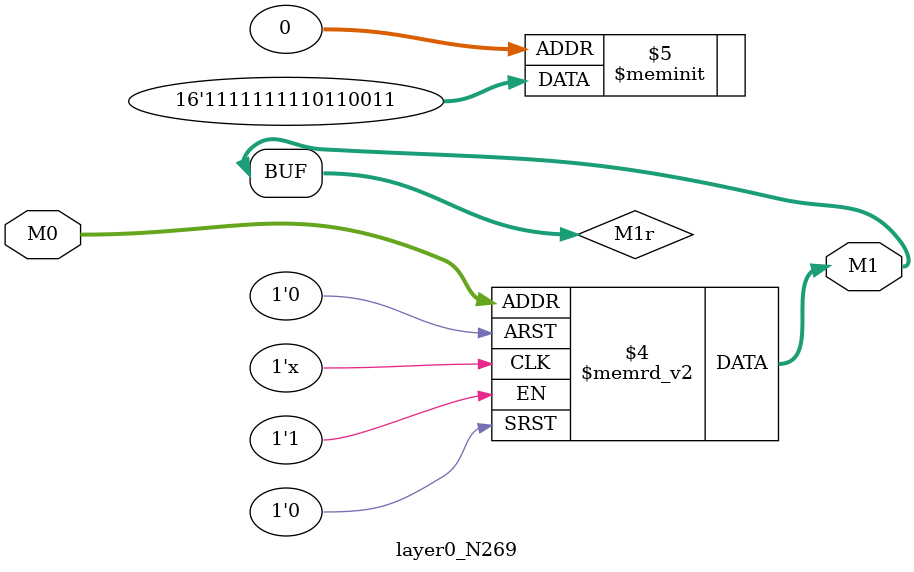
<source format=v>
module layer0_N269 ( input [2:0] M0, output [1:0] M1 );

	(*rom_style = "distributed" *) reg [1:0] M1r;
	assign M1 = M1r;
	always @ (M0) begin
		case (M0)
			3'b000: M1r = 2'b11;
			3'b100: M1r = 2'b11;
			3'b010: M1r = 2'b11;
			3'b110: M1r = 2'b11;
			3'b001: M1r = 2'b00;
			3'b101: M1r = 2'b11;
			3'b011: M1r = 2'b10;
			3'b111: M1r = 2'b11;

		endcase
	end
endmodule

</source>
